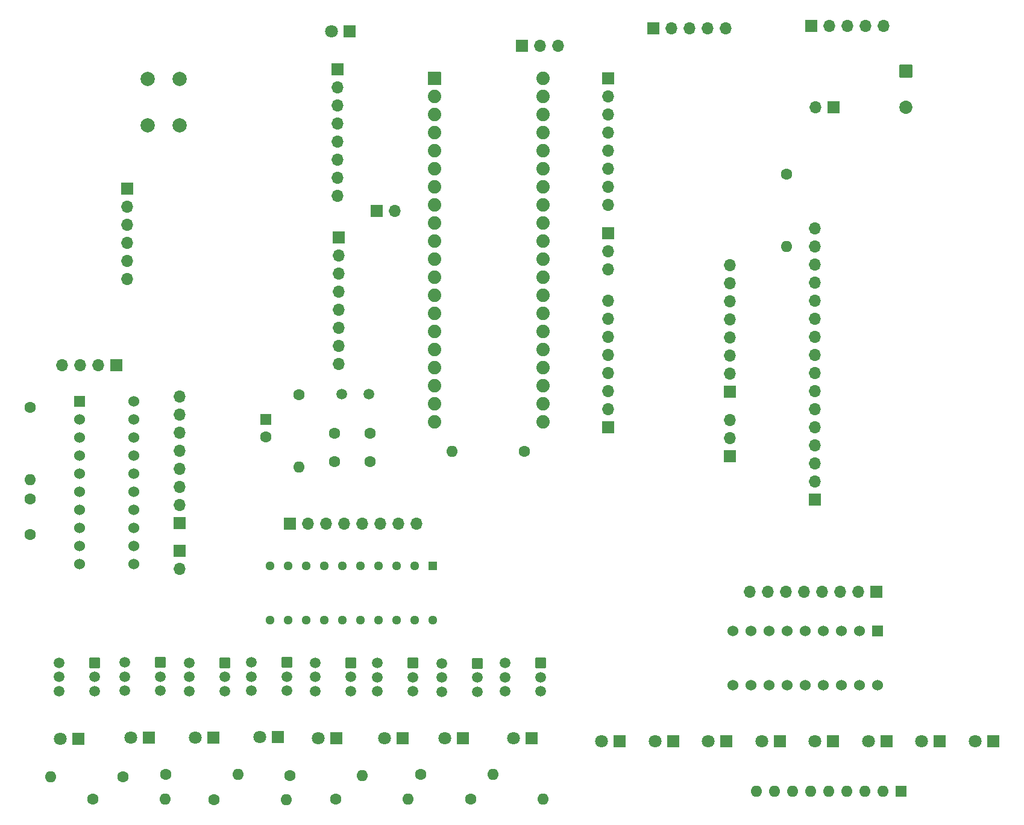
<source format=gbr>
%TF.GenerationSoftware,KiCad,Pcbnew,8.0.6*%
%TF.CreationDate,2025-03-15T16:55:39+05:30*%
%TF.ProjectId,8051_DEVboard,38303531-5f44-4455-9662-6f6172642e6b,rev?*%
%TF.SameCoordinates,Original*%
%TF.FileFunction,Soldermask,Top*%
%TF.FilePolarity,Negative*%
%FSLAX46Y46*%
G04 Gerber Fmt 4.6, Leading zero omitted, Abs format (unit mm)*
G04 Created by KiCad (PCBNEW 8.0.6) date 2025-03-15 16:55:39*
%MOMM*%
%LPD*%
G01*
G04 APERTURE LIST*
G04 Aperture macros list*
%AMRoundRect*
0 Rectangle with rounded corners*
0 $1 Rounding radius*
0 $2 $3 $4 $5 $6 $7 $8 $9 X,Y pos of 4 corners*
0 Add a 4 corners polygon primitive as box body*
4,1,4,$2,$3,$4,$5,$6,$7,$8,$9,$2,$3,0*
0 Add four circle primitives for the rounded corners*
1,1,$1+$1,$2,$3*
1,1,$1+$1,$4,$5*
1,1,$1+$1,$6,$7*
1,1,$1+$1,$8,$9*
0 Add four rect primitives between the rounded corners*
20,1,$1+$1,$2,$3,$4,$5,0*
20,1,$1+$1,$4,$5,$6,$7,0*
20,1,$1+$1,$6,$7,$8,$9,0*
20,1,$1+$1,$8,$9,$2,$3,0*%
G04 Aperture macros list end*
%ADD10R,1.800000X1.800000*%
%ADD11C,1.800000*%
%ADD12R,1.600000X1.600000*%
%ADD13O,1.600000X1.600000*%
%ADD14C,1.600000*%
%ADD15RoundRect,0.102000X-0.654000X0.654000X-0.654000X-0.654000X0.654000X-0.654000X0.654000X0.654000X0*%
%ADD16C,1.512000*%
%ADD17R,1.700000X1.700000*%
%ADD18O,1.700000X1.700000*%
%ADD19R,1.295400X1.295400*%
%ADD20C,1.295400*%
%ADD21C,2.000000*%
%ADD22RoundRect,0.102000X-0.838200X-0.838200X0.838200X-0.838200X0.838200X0.838200X-0.838200X0.838200X0*%
%ADD23C,1.880400*%
%ADD24R,1.524000X1.524000*%
%ADD25C,1.524000*%
%ADD26C,1.500000*%
%ADD27RoundRect,0.102000X-0.825000X0.825000X-0.825000X-0.825000X0.825000X-0.825000X0.825000X0.825000X0*%
%ADD28C,1.854000*%
G04 APERTURE END LIST*
D10*
%TO.C,D1*%
X225175000Y-139850000D03*
D11*
X222635000Y-139850000D03*
%TD*%
D12*
%TO.C,RN1*%
X212255000Y-146850000D03*
D13*
X209715000Y-146850000D03*
X207175000Y-146850000D03*
X204635000Y-146850000D03*
X202095000Y-146850000D03*
X199555000Y-146850000D03*
X197015000Y-146850000D03*
X194475000Y-146850000D03*
X191935000Y-146850000D03*
%TD*%
D14*
%TO.C,270ohm2*%
X159280000Y-99090000D03*
D13*
X149120000Y-99090000D03*
%TD*%
D14*
%TO.C,270ohm1*%
X196110000Y-60120000D03*
D13*
X196110000Y-70280000D03*
%TD*%
D15*
%TO.C,S3*%
X117205000Y-128790000D03*
D16*
X117205000Y-130790000D03*
X117205000Y-132790000D03*
X112205000Y-128790000D03*
X112205000Y-130790000D03*
X112205000Y-132790000D03*
%TD*%
D10*
%TO.C,D17*%
X132925000Y-139370000D03*
D11*
X130385000Y-139370000D03*
%TD*%
D14*
%TO.C,270ohm*%
X151795000Y-147940000D03*
D13*
X161955000Y-147940000D03*
%TD*%
D17*
%TO.C,J6*%
X110870000Y-113080000D03*
D18*
X110870000Y-115620000D03*
%TD*%
D15*
%TO.C,S6*%
X143645000Y-128840000D03*
D16*
X143645000Y-130840000D03*
X143645000Y-132840000D03*
X138645000Y-128840000D03*
X138645000Y-130840000D03*
X138645000Y-132840000D03*
%TD*%
D19*
%TO.C,U3*%
X146420000Y-115200000D03*
D20*
X143880000Y-115200000D03*
X141340000Y-115200000D03*
X138800000Y-115200000D03*
X136260000Y-115200000D03*
X133720000Y-115200000D03*
X131180000Y-115200000D03*
X128640000Y-115200000D03*
X126100000Y-115200000D03*
X123560000Y-115200000D03*
X123560000Y-122820000D03*
X126100000Y-122820000D03*
X128640000Y-122820000D03*
X131180000Y-122820000D03*
X133720000Y-122820000D03*
X136260000Y-122820000D03*
X138800000Y-122820000D03*
X141340000Y-122820000D03*
X143880000Y-122820000D03*
X146420000Y-122820000D03*
%TD*%
D15*
%TO.C,S4*%
X125915000Y-128740000D03*
D16*
X125915000Y-130740000D03*
X125915000Y-132740000D03*
X120915000Y-128740000D03*
X120915000Y-130740000D03*
X120915000Y-132740000D03*
%TD*%
D21*
%TO.C,SW1*%
X106400000Y-53300000D03*
X106400000Y-46800000D03*
X110900000Y-53300000D03*
X110900000Y-46800000D03*
%TD*%
D10*
%TO.C,D8*%
X172675000Y-139850000D03*
D11*
X170135000Y-139850000D03*
%TD*%
D10*
%TO.C,D4*%
X202675000Y-139850000D03*
D11*
X200135000Y-139850000D03*
%TD*%
D15*
%TO.C,S7*%
X152715000Y-128870000D03*
D16*
X152715000Y-130870000D03*
X152715000Y-132870000D03*
X147715000Y-128870000D03*
X147715000Y-130870000D03*
X147715000Y-132870000D03*
%TD*%
D14*
%TO.C,270ohm9*%
X132845000Y-147940000D03*
D13*
X143005000Y-147940000D03*
%TD*%
D15*
%TO.C,S8*%
X161612500Y-128840000D03*
D16*
X161612500Y-130840000D03*
X161612500Y-132840000D03*
X156612500Y-128840000D03*
X156612500Y-130840000D03*
X156612500Y-132840000D03*
%TD*%
D14*
%TO.C,10k1*%
X127670000Y-91150000D03*
D13*
X127670000Y-101310000D03*
%TD*%
D15*
%TO.C,S5*%
X134895000Y-128790000D03*
D16*
X134895000Y-130790000D03*
X134895000Y-132790000D03*
X129895000Y-128790000D03*
X129895000Y-130790000D03*
X129895000Y-132790000D03*
%TD*%
D10*
%TO.C,D6*%
X187675000Y-139850000D03*
D11*
X185135000Y-139850000D03*
%TD*%
D10*
%TO.C,D11*%
X106555000Y-139360000D03*
D11*
X104015000Y-139360000D03*
%TD*%
D17*
%TO.C,J3*%
X138520000Y-65350000D03*
D18*
X141060000Y-65350000D03*
%TD*%
D12*
%TO.C,1uF1*%
X122950000Y-94600000D03*
D14*
X122950000Y-97100000D03*
%TD*%
D17*
%TO.C,OUTPUT_LED1*%
X208715000Y-118850000D03*
D18*
X206175000Y-118850000D03*
X203635000Y-118850000D03*
X201095000Y-118850000D03*
X198555000Y-118850000D03*
X196015000Y-118850000D03*
X193475000Y-118850000D03*
X190935000Y-118850000D03*
%TD*%
D17*
%TO.C,RS_R/W_EN1*%
X188140000Y-99770000D03*
D18*
X188140000Y-97230000D03*
X188140000Y-94690000D03*
%TD*%
D22*
%TO.C,U1*%
X146660000Y-46670000D03*
D23*
X146660000Y-49210000D03*
X146660000Y-51750000D03*
X146660000Y-54290000D03*
X146660000Y-56830000D03*
X146660000Y-59370000D03*
X146660000Y-61910000D03*
X146660000Y-64450000D03*
X146660000Y-66990000D03*
X146660000Y-69530000D03*
X146660000Y-72070000D03*
X146660000Y-74610000D03*
X146660000Y-77150000D03*
X146660000Y-79690000D03*
X146660000Y-82230000D03*
X146660000Y-84770000D03*
X146660000Y-87310000D03*
X146660000Y-89850000D03*
X146660000Y-92390000D03*
X146660000Y-94930000D03*
X161900000Y-94930000D03*
X161900000Y-92390000D03*
X161900000Y-89850000D03*
X161900000Y-87310000D03*
X161900000Y-84770000D03*
X161900000Y-82230000D03*
X161900000Y-79690000D03*
X161900000Y-77150000D03*
X161900000Y-74610000D03*
X161900000Y-72070000D03*
X161900000Y-69530000D03*
X161900000Y-66990000D03*
X161900000Y-64450000D03*
X161900000Y-61910000D03*
X161900000Y-59370000D03*
X161900000Y-56830000D03*
X161900000Y-54290000D03*
X161900000Y-51750000D03*
X161900000Y-49210000D03*
X161900000Y-46670000D03*
%TD*%
D14*
%TO.C,270ohm4*%
X98690000Y-148000000D03*
D13*
X108850000Y-148000000D03*
%TD*%
D15*
%TO.C,S1*%
X98962500Y-128790000D03*
D16*
X98962500Y-130790000D03*
X98962500Y-132790000D03*
X93962500Y-128790000D03*
X93962500Y-130790000D03*
X93962500Y-132790000D03*
%TD*%
D14*
%TO.C,270ohm5*%
X108915000Y-144490000D03*
D13*
X119075000Y-144490000D03*
%TD*%
D17*
%TO.C,J1*%
X158970000Y-42100000D03*
D18*
X161510000Y-42100000D03*
X164050000Y-42100000D03*
%TD*%
D10*
%TO.C,D16*%
X142185000Y-139370000D03*
D11*
X139645000Y-139370000D03*
%TD*%
D10*
%TO.C,D13*%
X150700000Y-139400000D03*
D11*
X148160000Y-139400000D03*
%TD*%
D24*
%TO.C,U2*%
X208955000Y-124350000D03*
D25*
X206415000Y-124350000D03*
X203875000Y-124350000D03*
X201335000Y-124350000D03*
X198795000Y-124350000D03*
X196255000Y-124350000D03*
X193715000Y-124350000D03*
X191175000Y-124350000D03*
X188635000Y-124350000D03*
X188635000Y-131970000D03*
X191175000Y-131970000D03*
X193715000Y-131970000D03*
X196255000Y-131970000D03*
X198795000Y-131970000D03*
X201335000Y-131970000D03*
X203875000Y-131970000D03*
X206415000Y-131970000D03*
X208955000Y-131970000D03*
%TD*%
D10*
%TO.C,D2*%
X217675000Y-139850000D03*
D11*
X215135000Y-139850000D03*
%TD*%
D17*
%TO.C,J9*%
X177430000Y-39630000D03*
D18*
X179970000Y-39630000D03*
X182510000Y-39630000D03*
X185050000Y-39630000D03*
X187590000Y-39630000D03*
%TD*%
D17*
%TO.C,GND_JMP1*%
X202750000Y-50800000D03*
D18*
X200210000Y-50800000D03*
%TD*%
D10*
%TO.C,D9*%
X134735000Y-40080000D03*
D11*
X132195000Y-40080000D03*
%TD*%
D10*
%TO.C,D14*%
X124675000Y-139280000D03*
D11*
X122135000Y-139280000D03*
%TD*%
D17*
%TO.C,Port_2*%
X171100000Y-95730000D03*
D18*
X171100000Y-93190000D03*
X171100000Y-90650000D03*
X171100000Y-88110000D03*
X171100000Y-85570000D03*
X171100000Y-83030000D03*
X171100000Y-80490000D03*
X171100000Y-77950000D03*
%TD*%
D10*
%TO.C,D5*%
X195175000Y-139850000D03*
D11*
X192635000Y-139850000D03*
%TD*%
D26*
%TO.C,Y1*%
X133670000Y-91030000D03*
X137470000Y-91030000D03*
%TD*%
D10*
%TO.C,D7*%
X180175000Y-139850000D03*
D11*
X177635000Y-139850000D03*
%TD*%
D17*
%TO.C,OUTPUT_LED2*%
X126410000Y-109270000D03*
D18*
X128950000Y-109270000D03*
X131490000Y-109270000D03*
X134030000Y-109270000D03*
X136570000Y-109270000D03*
X139110000Y-109270000D03*
X141650000Y-109270000D03*
X144190000Y-109270000D03*
%TD*%
D14*
%TO.C,270ohm3*%
X102945000Y-144820000D03*
D13*
X92785000Y-144820000D03*
%TD*%
D15*
%TO.C,S2*%
X108202500Y-128750000D03*
D16*
X108202500Y-130750000D03*
X108202500Y-132750000D03*
X103202500Y-128750000D03*
X103202500Y-130750000D03*
X103202500Y-132750000D03*
%TD*%
D17*
%TO.C,J2*%
X101990000Y-87000000D03*
D18*
X99450000Y-87000000D03*
X96910000Y-87000000D03*
X94370000Y-87000000D03*
%TD*%
D24*
%TO.C,U4*%
X96860000Y-92060000D03*
D25*
X96860000Y-94600000D03*
X96860000Y-97140000D03*
X96860000Y-99680000D03*
X96860000Y-102220000D03*
X96860000Y-104760000D03*
X96860000Y-107300000D03*
X96860000Y-109840000D03*
X96860000Y-112380000D03*
X96860000Y-114920000D03*
X104480000Y-114920000D03*
X104480000Y-112380000D03*
X104480000Y-109840000D03*
X104480000Y-107300000D03*
X104480000Y-104760000D03*
X104480000Y-102220000D03*
X104480000Y-99680000D03*
X104480000Y-97140000D03*
X104480000Y-94600000D03*
X104480000Y-92060000D03*
%TD*%
D14*
%TO.C,270ohm10*%
X126395000Y-144650000D03*
D13*
X136555000Y-144650000D03*
%TD*%
D17*
%TO.C,Port_1*%
X133020000Y-45470000D03*
D18*
X133020000Y-48010000D03*
X133020000Y-50550000D03*
X133020000Y-53090000D03*
X133020000Y-55630000D03*
X133020000Y-58170000D03*
X133020000Y-60710000D03*
X133020000Y-63250000D03*
%TD*%
D27*
%TO.C,PBT_CONNECTOR1*%
X212900000Y-45670000D03*
D28*
X212900000Y-50750000D03*
%TD*%
D14*
%TO.C,270ohm8*%
X144715000Y-144530000D03*
D13*
X154875000Y-144530000D03*
%TD*%
D14*
%TO.C,C1*%
X137670000Y-100530000D03*
X132670000Y-100530000D03*
%TD*%
D10*
%TO.C,D3*%
X210175000Y-139850000D03*
D11*
X207635000Y-139850000D03*
%TD*%
D10*
%TO.C,D10*%
X96625000Y-139470000D03*
D11*
X94085000Y-139470000D03*
%TD*%
D14*
%TO.C,270ohm6*%
X115710000Y-148040000D03*
D13*
X125870000Y-148040000D03*
%TD*%
D17*
%TO.C,J5*%
X171100000Y-68450000D03*
D18*
X171100000Y-70990000D03*
X171100000Y-73530000D03*
%TD*%
D17*
%TO.C,J4*%
X200100000Y-105900000D03*
D18*
X200100000Y-103360000D03*
X200100000Y-100820000D03*
X200100000Y-98280000D03*
X200100000Y-95740000D03*
X200100000Y-93200000D03*
X200100000Y-90660000D03*
X200100000Y-88120000D03*
X200100000Y-85580000D03*
X200100000Y-83040000D03*
X200100000Y-80500000D03*
X200100000Y-77960000D03*
X200100000Y-75420000D03*
X200100000Y-72880000D03*
X200100000Y-70340000D03*
X200100000Y-67800000D03*
%TD*%
D14*
%TO.C,10K2*%
X89870000Y-92930000D03*
D13*
X89870000Y-103090000D03*
%TD*%
D14*
%TO.C,C2*%
X137670000Y-96530000D03*
X132670000Y-96530000D03*
%TD*%
D17*
%TO.C,LCD_DATA1*%
X188200000Y-90740000D03*
D18*
X188200000Y-88200000D03*
X188200000Y-85660000D03*
X188200000Y-83120000D03*
X188200000Y-80580000D03*
X188200000Y-78040000D03*
X188200000Y-75500000D03*
X188200000Y-72960000D03*
%TD*%
D17*
%TO.C,J8*%
X199620000Y-39320000D03*
D18*
X202160000Y-39320000D03*
X204700000Y-39320000D03*
X207240000Y-39320000D03*
X209780000Y-39320000D03*
%TD*%
D10*
%TO.C,D12*%
X115595000Y-139290000D03*
D11*
X113055000Y-139290000D03*
%TD*%
D17*
%TO.C,Port_3*%
X133250000Y-69020000D03*
D18*
X133250000Y-71560000D03*
X133250000Y-74100000D03*
X133250000Y-76640000D03*
X133250000Y-79180000D03*
X133250000Y-81720000D03*
X133250000Y-84260000D03*
X133250000Y-86800000D03*
%TD*%
D14*
%TO.C,C3*%
X89870000Y-105770000D03*
X89870000Y-110770000D03*
%TD*%
D10*
%TO.C,D15*%
X160285000Y-139440000D03*
D11*
X157745000Y-139440000D03*
%TD*%
D17*
%TO.C,Programming_Pins1*%
X103510000Y-62210000D03*
D18*
X103510000Y-64750000D03*
X103510000Y-67290000D03*
X103510000Y-69830000D03*
X103510000Y-72370000D03*
X103510000Y-74910000D03*
%TD*%
D17*
%TO.C,ADC_DATA1*%
X110870000Y-109150000D03*
D18*
X110870000Y-106610000D03*
X110870000Y-104070000D03*
X110870000Y-101530000D03*
X110870000Y-98990000D03*
X110870000Y-96450000D03*
X110870000Y-93910000D03*
X110870000Y-91370000D03*
%TD*%
D17*
%TO.C,Port_0*%
X171100000Y-46710000D03*
D18*
X171100000Y-49250000D03*
X171100000Y-51790000D03*
X171100000Y-54330000D03*
X171100000Y-56870000D03*
X171100000Y-59410000D03*
X171100000Y-61950000D03*
X171100000Y-64490000D03*
%TD*%
M02*

</source>
